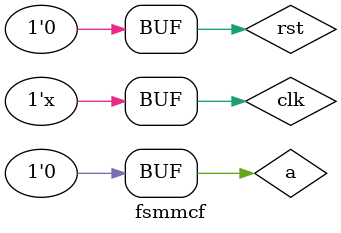
<source format=v>
module fsmmcf;
    reg clk,rst,a;
    wire u;
    FSM_mcf f(clk,rst,a,u);
    initial begin
        clk=0;rst=0;a=0;
    end
    always #5 clk<=~clk;
    always begin #70 rst=1;#5 rst<=0;end
    always begin
        #5 a=1;
        #5 a=0;
        #15 a=1;
        #15 a=0;
        #10 a=1;
        #5 a=0;
    end//10111000110...
endmodule

</source>
